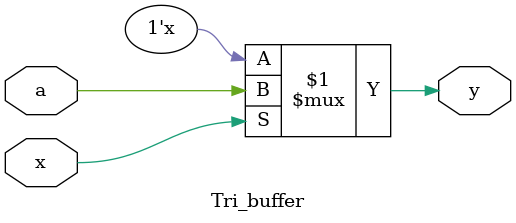
<source format=v>
module Tri_buffer (
          input a,
	  input x,
	  output y
	  );
	  
	  bufif1 (y,a,x);
endmodule

</source>
